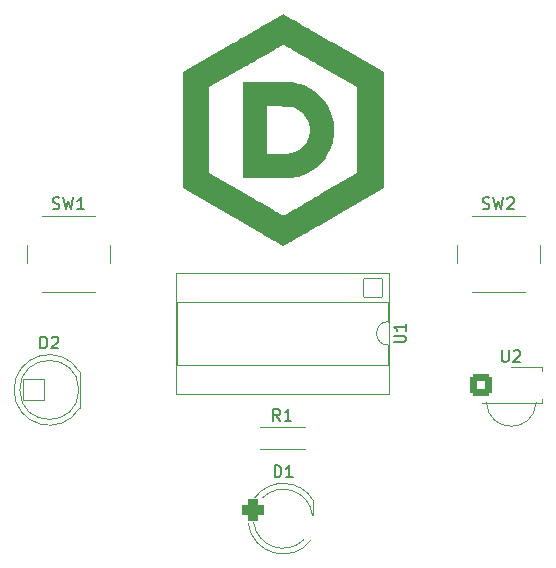
<source format=gto>
G04 #@! TF.GenerationSoftware,KiCad,Pcbnew,(6.0.0)*
G04 #@! TF.CreationDate,2022-03-25T14:06:01-05:00*
G04 #@! TF.ProjectId,gencyber-badge-22_2,67656e63-7962-4657-922d-62616467652d,rev?*
G04 #@! TF.SameCoordinates,Original*
G04 #@! TF.FileFunction,Legend,Top*
G04 #@! TF.FilePolarity,Positive*
%FSLAX46Y46*%
G04 Gerber Fmt 4.6, Leading zero omitted, Abs format (unit mm)*
G04 Created by KiCad (PCBNEW (6.0.0)) date 2022-03-25 14:06:01*
%MOMM*%
%LPD*%
G01*
G04 APERTURE LIST*
G04 Aperture macros list*
%AMRoundRect*
0 Rectangle with rounded corners*
0 $1 Rounding radius*
0 $2 $3 $4 $5 $6 $7 $8 $9 X,Y pos of 4 corners*
0 Add a 4 corners polygon primitive as box body*
4,1,4,$2,$3,$4,$5,$6,$7,$8,$9,$2,$3,0*
0 Add four circle primitives for the rounded corners*
1,1,$1+$1,$2,$3*
1,1,$1+$1,$4,$5*
1,1,$1+$1,$6,$7*
1,1,$1+$1,$8,$9*
0 Add four rect primitives between the rounded corners*
20,1,$1+$1,$2,$3,$4,$5,0*
20,1,$1+$1,$4,$5,$6,$7,0*
20,1,$1+$1,$6,$7,$8,$9,0*
20,1,$1+$1,$8,$9,$2,$3,0*%
G04 Aperture macros list end*
%ADD10C,0.150000*%
%ADD11C,0.120000*%
%ADD12C,2.100000*%
%ADD13C,4.600000*%
%ADD14RoundRect,0.300200X-0.649800X-0.649800X0.649800X-0.649800X0.649800X0.649800X-0.649800X0.649800X0*%
%ADD15C,1.900000*%
%ADD16RoundRect,0.050000X0.900000X0.900000X-0.900000X0.900000X-0.900000X-0.900000X0.900000X-0.900000X0*%
%ADD17RoundRect,0.050000X-0.800000X0.800000X-0.800000X-0.800000X0.800000X-0.800000X0.800000X0.800000X0*%
%ADD18O,1.700000X1.700000*%
%ADD19RoundRect,0.500000X-0.450000X-0.450000X0.450000X-0.450000X0.450000X0.450000X-0.450000X0.450000X0*%
%ADD20C,1.500000*%
%ADD21O,1.500000X1.500000*%
%ADD22C,2.386000*%
G04 APERTURE END LIST*
D10*
X131466666Y-86954761D02*
X131609523Y-87002380D01*
X131847619Y-87002380D01*
X131942857Y-86954761D01*
X131990476Y-86907142D01*
X132038095Y-86811904D01*
X132038095Y-86716666D01*
X131990476Y-86621428D01*
X131942857Y-86573809D01*
X131847619Y-86526190D01*
X131657142Y-86478571D01*
X131561904Y-86430952D01*
X131514285Y-86383333D01*
X131466666Y-86288095D01*
X131466666Y-86192857D01*
X131514285Y-86097619D01*
X131561904Y-86050000D01*
X131657142Y-86002380D01*
X131895238Y-86002380D01*
X132038095Y-86050000D01*
X132371428Y-86002380D02*
X132609523Y-87002380D01*
X132800000Y-86288095D01*
X132990476Y-87002380D01*
X133228571Y-86002380D01*
X134133333Y-87002380D02*
X133561904Y-87002380D01*
X133847619Y-87002380D02*
X133847619Y-86002380D01*
X133752380Y-86145238D01*
X133657142Y-86240476D01*
X133561904Y-86288095D01*
X169498095Y-98927380D02*
X169498095Y-99736904D01*
X169545714Y-99832142D01*
X169593333Y-99879761D01*
X169688571Y-99927380D01*
X169879047Y-99927380D01*
X169974285Y-99879761D01*
X170021904Y-99832142D01*
X170069523Y-99736904D01*
X170069523Y-98927380D01*
X170498095Y-99022619D02*
X170545714Y-98975000D01*
X170640952Y-98927380D01*
X170879047Y-98927380D01*
X170974285Y-98975000D01*
X171021904Y-99022619D01*
X171069523Y-99117857D01*
X171069523Y-99213095D01*
X171021904Y-99355952D01*
X170450476Y-99927380D01*
X171069523Y-99927380D01*
X130431904Y-98792380D02*
X130431904Y-97792380D01*
X130670000Y-97792380D01*
X130812857Y-97840000D01*
X130908095Y-97935238D01*
X130955714Y-98030476D01*
X131003333Y-98220952D01*
X131003333Y-98363809D01*
X130955714Y-98554285D01*
X130908095Y-98649523D01*
X130812857Y-98744761D01*
X130670000Y-98792380D01*
X130431904Y-98792380D01*
X131384285Y-97887619D02*
X131431904Y-97840000D01*
X131527142Y-97792380D01*
X131765238Y-97792380D01*
X131860476Y-97840000D01*
X131908095Y-97887619D01*
X131955714Y-97982857D01*
X131955714Y-98078095D01*
X131908095Y-98220952D01*
X131336666Y-98792380D01*
X131955714Y-98792380D01*
X160342380Y-98271904D02*
X161151904Y-98271904D01*
X161247142Y-98224285D01*
X161294761Y-98176666D01*
X161342380Y-98081428D01*
X161342380Y-97890952D01*
X161294761Y-97795714D01*
X161247142Y-97748095D01*
X161151904Y-97700476D01*
X160342380Y-97700476D01*
X161342380Y-96700476D02*
X161342380Y-97271904D01*
X161342380Y-96986190D02*
X160342380Y-96986190D01*
X160485238Y-97081428D01*
X160580476Y-97176666D01*
X160628095Y-97271904D01*
X150261904Y-109694380D02*
X150261904Y-108694380D01*
X150500000Y-108694380D01*
X150642857Y-108742000D01*
X150738095Y-108837238D01*
X150785714Y-108932476D01*
X150833333Y-109122952D01*
X150833333Y-109265809D01*
X150785714Y-109456285D01*
X150738095Y-109551523D01*
X150642857Y-109646761D01*
X150500000Y-109694380D01*
X150261904Y-109694380D01*
X151785714Y-109694380D02*
X151214285Y-109694380D01*
X151500000Y-109694380D02*
X151500000Y-108694380D01*
X151404761Y-108837238D01*
X151309523Y-108932476D01*
X151214285Y-108980095D01*
X167866666Y-86954761D02*
X168009523Y-87002380D01*
X168247619Y-87002380D01*
X168342857Y-86954761D01*
X168390476Y-86907142D01*
X168438095Y-86811904D01*
X168438095Y-86716666D01*
X168390476Y-86621428D01*
X168342857Y-86573809D01*
X168247619Y-86526190D01*
X168057142Y-86478571D01*
X167961904Y-86430952D01*
X167914285Y-86383333D01*
X167866666Y-86288095D01*
X167866666Y-86192857D01*
X167914285Y-86097619D01*
X167961904Y-86050000D01*
X168057142Y-86002380D01*
X168295238Y-86002380D01*
X168438095Y-86050000D01*
X168771428Y-86002380D02*
X169009523Y-87002380D01*
X169200000Y-86288095D01*
X169390476Y-87002380D01*
X169628571Y-86002380D01*
X169961904Y-86097619D02*
X170009523Y-86050000D01*
X170104761Y-86002380D01*
X170342857Y-86002380D01*
X170438095Y-86050000D01*
X170485714Y-86097619D01*
X170533333Y-86192857D01*
X170533333Y-86288095D01*
X170485714Y-86430952D01*
X169914285Y-87002380D01*
X170533333Y-87002380D01*
X150733333Y-104912380D02*
X150400000Y-104436190D01*
X150161904Y-104912380D02*
X150161904Y-103912380D01*
X150542857Y-103912380D01*
X150638095Y-103960000D01*
X150685714Y-104007619D01*
X150733333Y-104102857D01*
X150733333Y-104245714D01*
X150685714Y-104340952D01*
X150638095Y-104388571D01*
X150542857Y-104436190D01*
X150161904Y-104436190D01*
X151685714Y-104912380D02*
X151114285Y-104912380D01*
X151400000Y-104912380D02*
X151400000Y-103912380D01*
X151304761Y-104055238D01*
X151209523Y-104150476D01*
X151114285Y-104198095D01*
D11*
X130550000Y-94050000D02*
X135050000Y-94050000D01*
X135050000Y-87550000D02*
X130550000Y-87550000D01*
X136300000Y-91550000D02*
X136300000Y-90050000D01*
X129300000Y-90050000D02*
X129300000Y-91550000D01*
G36*
X149535160Y-76227991D02*
G01*
X149735892Y-76228211D01*
X149922989Y-76228410D01*
X150096988Y-76228596D01*
X150258425Y-76228779D01*
X150407835Y-76228970D01*
X150545754Y-76229176D01*
X150672719Y-76229409D01*
X150789264Y-76229676D01*
X150895927Y-76229989D01*
X150993243Y-76230356D01*
X151081747Y-76230787D01*
X151161976Y-76231291D01*
X151234465Y-76231878D01*
X151299751Y-76232558D01*
X151358370Y-76233340D01*
X151410856Y-76234233D01*
X151457747Y-76235247D01*
X151499578Y-76236391D01*
X151536884Y-76237676D01*
X151570202Y-76239110D01*
X151600068Y-76240703D01*
X151627018Y-76242465D01*
X151651587Y-76244405D01*
X151674311Y-76246532D01*
X151695726Y-76248857D01*
X151716369Y-76251388D01*
X151736775Y-76254135D01*
X151757479Y-76257108D01*
X151779018Y-76260316D01*
X151801928Y-76263769D01*
X151826745Y-76267475D01*
X151836039Y-76268843D01*
X152069952Y-76310211D01*
X152300214Y-76365199D01*
X152526468Y-76433646D01*
X152748354Y-76515389D01*
X152965515Y-76610269D01*
X153177592Y-76718121D01*
X153384228Y-76838786D01*
X153585062Y-76972100D01*
X153779739Y-77117903D01*
X153858828Y-77182199D01*
X153909038Y-77225531D01*
X153965939Y-77277255D01*
X154027187Y-77335043D01*
X154090439Y-77396566D01*
X154153350Y-77459496D01*
X154213579Y-77521507D01*
X154268781Y-77580269D01*
X154316613Y-77633455D01*
X154337064Y-77657266D01*
X154490222Y-77849714D01*
X154630424Y-78047884D01*
X154757629Y-78251667D01*
X154871792Y-78460953D01*
X154972869Y-78675635D01*
X155060816Y-78895604D01*
X155135591Y-79120751D01*
X155197149Y-79350966D01*
X155245447Y-79586142D01*
X155280440Y-79826170D01*
X155301355Y-80059107D01*
X155306430Y-80179762D01*
X155307292Y-80309861D01*
X155304114Y-80445375D01*
X155297074Y-80582275D01*
X155286344Y-80716530D01*
X155272100Y-80844113D01*
X155265053Y-80895146D01*
X155223528Y-81129523D01*
X155168579Y-81359954D01*
X155100528Y-81585922D01*
X155019698Y-81806914D01*
X154926414Y-82022413D01*
X154820997Y-82231904D01*
X154703773Y-82434872D01*
X154575064Y-82630802D01*
X154435193Y-82819177D01*
X154284484Y-82999483D01*
X154123261Y-83171204D01*
X153951846Y-83333824D01*
X153770564Y-83486829D01*
X153579736Y-83629703D01*
X153525829Y-83667013D01*
X153322171Y-83797170D01*
X153113179Y-83914210D01*
X152898983Y-84018087D01*
X152679713Y-84108759D01*
X152455500Y-84186181D01*
X152226472Y-84250311D01*
X151992761Y-84301103D01*
X151754494Y-84338516D01*
X151511803Y-84362504D01*
X151446359Y-84366628D01*
X151424192Y-84367446D01*
X151388091Y-84368220D01*
X151338289Y-84368948D01*
X151275023Y-84369630D01*
X151198529Y-84370266D01*
X151109040Y-84370853D01*
X151006793Y-84371391D01*
X150892023Y-84371880D01*
X150764965Y-84372319D01*
X150625854Y-84372706D01*
X150474925Y-84373041D01*
X150312415Y-84373323D01*
X150138557Y-84373552D01*
X149953588Y-84373725D01*
X149757742Y-84373843D01*
X149551255Y-84373905D01*
X149428884Y-84373915D01*
X147542482Y-84373919D01*
X147542482Y-82297991D01*
X149618410Y-82297991D01*
X150438507Y-82297886D01*
X150553314Y-82297810D01*
X150664388Y-82297615D01*
X150770780Y-82297310D01*
X150871542Y-82296901D01*
X150965727Y-82296396D01*
X151052385Y-82295801D01*
X151130569Y-82295126D01*
X151199331Y-82294376D01*
X151257721Y-82293558D01*
X151304793Y-82292682D01*
X151339597Y-82291753D01*
X151361186Y-82290778D01*
X151361285Y-82290772D01*
X151528957Y-82272437D01*
X151692591Y-82240857D01*
X151851551Y-82196451D01*
X152005197Y-82139645D01*
X152152893Y-82070859D01*
X152294001Y-81990516D01*
X152427883Y-81899040D01*
X152553901Y-81796852D01*
X152671418Y-81684376D01*
X152779796Y-81562033D01*
X152878398Y-81430247D01*
X152966586Y-81289439D01*
X153018300Y-81192719D01*
X153087611Y-81038659D01*
X153143362Y-80881023D01*
X153185500Y-80720504D01*
X153213974Y-80557797D01*
X153228731Y-80393595D01*
X153229719Y-80228593D01*
X153216886Y-80063483D01*
X153190180Y-79898961D01*
X153149550Y-79735718D01*
X153131975Y-79678849D01*
X153076321Y-79527416D01*
X153010282Y-79384423D01*
X152933136Y-79248701D01*
X152844161Y-79119081D01*
X152742633Y-78994393D01*
X152644161Y-78889646D01*
X152520122Y-78774568D01*
X152390872Y-78672378D01*
X152255856Y-78582796D01*
X152114523Y-78505542D01*
X151966318Y-78440336D01*
X151810690Y-78386897D01*
X151647086Y-78344945D01*
X151524295Y-78321736D01*
X151510141Y-78319468D01*
X151496483Y-78317430D01*
X151482521Y-78315606D01*
X151467451Y-78313983D01*
X151450472Y-78312545D01*
X151430783Y-78311279D01*
X151407581Y-78310171D01*
X151380064Y-78309206D01*
X151347431Y-78308369D01*
X151308879Y-78307646D01*
X151263608Y-78307024D01*
X151210814Y-78306487D01*
X151149696Y-78306021D01*
X151079453Y-78305612D01*
X150999282Y-78305245D01*
X150908381Y-78304906D01*
X150805949Y-78304582D01*
X150691184Y-78304256D01*
X150563283Y-78303915D01*
X150523528Y-78303812D01*
X149618410Y-78301451D01*
X149618410Y-82297991D01*
X147542482Y-82297991D01*
X147542482Y-76225745D01*
X149535160Y-76227991D01*
G37*
G36*
X146743721Y-72935401D02*
G01*
X146971576Y-72803864D01*
X147196420Y-72674083D01*
X147417940Y-72546238D01*
X147635823Y-72420509D01*
X147849755Y-72297076D01*
X148059423Y-72176121D01*
X148264515Y-72057823D01*
X148464715Y-71942362D01*
X148659712Y-71829920D01*
X148849193Y-71720677D01*
X149032842Y-71614812D01*
X149210349Y-71512507D01*
X149381398Y-71413942D01*
X149545678Y-71319297D01*
X149702874Y-71228753D01*
X149852673Y-71142490D01*
X149994763Y-71060689D01*
X150128829Y-70983529D01*
X150254559Y-70911192D01*
X150371640Y-70843857D01*
X150479757Y-70781706D01*
X150578598Y-70724918D01*
X150667849Y-70673674D01*
X150747198Y-70628155D01*
X150816331Y-70588541D01*
X150874934Y-70555011D01*
X150922694Y-70527748D01*
X150959299Y-70506930D01*
X150984434Y-70492739D01*
X150997787Y-70485355D01*
X151000000Y-70484260D01*
X151006656Y-70487771D01*
X151025270Y-70498190D01*
X151055527Y-70515336D01*
X151097114Y-70539029D01*
X151149719Y-70569088D01*
X151213027Y-70605333D01*
X151286725Y-70647583D01*
X151370501Y-70695658D01*
X151464041Y-70749378D01*
X151567031Y-70808562D01*
X151679159Y-70873030D01*
X151800111Y-70942602D01*
X151929573Y-71017096D01*
X152067234Y-71096333D01*
X152212778Y-71180132D01*
X152365894Y-71268313D01*
X152526267Y-71360695D01*
X152693585Y-71457098D01*
X152867533Y-71557342D01*
X153047800Y-71661245D01*
X153234072Y-71768629D01*
X153426035Y-71879312D01*
X153623376Y-71993114D01*
X153825781Y-72109854D01*
X154032939Y-72229352D01*
X154244535Y-72351428D01*
X154460255Y-72475902D01*
X154679788Y-72602592D01*
X154902819Y-72731319D01*
X155129035Y-72861902D01*
X155256274Y-72935358D01*
X159501922Y-75386499D01*
X159500235Y-80298958D01*
X159498549Y-85211418D01*
X155254588Y-87661951D01*
X155026784Y-87793480D01*
X154801990Y-87923253D01*
X154580520Y-88051090D01*
X154362688Y-88176811D01*
X154148806Y-88300234D01*
X153939189Y-88421179D01*
X153734148Y-88539467D01*
X153533998Y-88654915D01*
X153339052Y-88767345D01*
X153149623Y-88876575D01*
X152966025Y-88982425D01*
X152788571Y-89084715D01*
X152617573Y-89183264D01*
X152453347Y-89277891D01*
X152296204Y-89368417D01*
X152146458Y-89454661D01*
X152004423Y-89536441D01*
X151870411Y-89613579D01*
X151744736Y-89685893D01*
X151627712Y-89753203D01*
X151519652Y-89815328D01*
X151420868Y-89872088D01*
X151331675Y-89923303D01*
X151252386Y-89968792D01*
X151183314Y-90008374D01*
X151124771Y-90041870D01*
X151077073Y-90069098D01*
X151040531Y-90089878D01*
X151015460Y-90104031D01*
X151002172Y-90111374D01*
X151000000Y-90112445D01*
X150993343Y-90108929D01*
X150974730Y-90098505D01*
X150944474Y-90081353D01*
X150902888Y-90057654D01*
X150850286Y-90027588D01*
X150786980Y-89991336D01*
X150713285Y-89949078D01*
X150629514Y-89900995D01*
X150535979Y-89847267D01*
X150432994Y-89788075D01*
X150320873Y-89723599D01*
X150199929Y-89654019D01*
X150070475Y-89579517D01*
X149932824Y-89500272D01*
X149787290Y-89416465D01*
X149634186Y-89328276D01*
X149473825Y-89235886D01*
X149306522Y-89139476D01*
X149132588Y-89039225D01*
X148952338Y-88935315D01*
X148766084Y-88827925D01*
X148574140Y-88717237D01*
X148376820Y-88603430D01*
X148174436Y-88486686D01*
X147967303Y-88367184D01*
X147755732Y-88245105D01*
X147540039Y-88120630D01*
X147320535Y-87993938D01*
X147097534Y-87865211D01*
X146871350Y-87734629D01*
X146745411Y-87661914D01*
X142501450Y-85211421D01*
X142498513Y-76674609D01*
X144729693Y-76674609D01*
X144733249Y-83923815D01*
X147864853Y-85732145D01*
X148060301Y-85845001D01*
X148252672Y-85956073D01*
X148441601Y-86065150D01*
X148626724Y-86172022D01*
X148807677Y-86276480D01*
X148984096Y-86378312D01*
X149155616Y-86477309D01*
X149321874Y-86573262D01*
X149482506Y-86665959D01*
X149637147Y-86755191D01*
X149785434Y-86840748D01*
X149927001Y-86922421D01*
X150061486Y-86999998D01*
X150188524Y-87073270D01*
X150307750Y-87142027D01*
X150418802Y-87206058D01*
X150521314Y-87265155D01*
X150614922Y-87319106D01*
X150699263Y-87367702D01*
X150773972Y-87410733D01*
X150838685Y-87447989D01*
X150893039Y-87479259D01*
X150936668Y-87504334D01*
X150969209Y-87523004D01*
X150990298Y-87535058D01*
X150999571Y-87540287D01*
X151000000Y-87540503D01*
X151006297Y-87536996D01*
X151024500Y-87526612D01*
X151054246Y-87509560D01*
X151095169Y-87486051D01*
X151146907Y-87456295D01*
X151209095Y-87420501D01*
X151281368Y-87378880D01*
X151363362Y-87331642D01*
X151454715Y-87278997D01*
X151555060Y-87221154D01*
X151664035Y-87158324D01*
X151781275Y-87090717D01*
X151906416Y-87018542D01*
X152039095Y-86942011D01*
X152178945Y-86861332D01*
X152325605Y-86776716D01*
X152478709Y-86688373D01*
X152637894Y-86596512D01*
X152802796Y-86501345D01*
X152973049Y-86403081D01*
X153148291Y-86301929D01*
X153328157Y-86198101D01*
X153512282Y-86091805D01*
X153700304Y-85983252D01*
X153891857Y-85872653D01*
X154086578Y-85760216D01*
X154135146Y-85732170D01*
X157266750Y-83923809D01*
X157268528Y-80299199D01*
X157270306Y-76674590D01*
X154139190Y-74866821D01*
X153943722Y-74753975D01*
X153751316Y-74642914D01*
X153562336Y-74533849D01*
X153377148Y-74426989D01*
X153196116Y-74322545D01*
X153019605Y-74220726D01*
X152847980Y-74121743D01*
X152681606Y-74025806D01*
X152520847Y-73933125D01*
X152366068Y-73843909D01*
X152217634Y-73758369D01*
X152075910Y-73676716D01*
X151941261Y-73599159D01*
X151814051Y-73525908D01*
X151694646Y-73457173D01*
X151583409Y-73393165D01*
X151480707Y-73334093D01*
X151386903Y-73280169D01*
X151302362Y-73231600D01*
X151227450Y-73188599D01*
X151162531Y-73151374D01*
X151107969Y-73120137D01*
X151064131Y-73095096D01*
X151031380Y-73076463D01*
X151010081Y-73064446D01*
X151000599Y-73059258D01*
X151000121Y-73059051D01*
X150993547Y-73062560D01*
X150975068Y-73072947D01*
X150945048Y-73090002D01*
X150903852Y-73113514D01*
X150851846Y-73143274D01*
X150789393Y-73179072D01*
X150716859Y-73220697D01*
X150634609Y-73267939D01*
X150543007Y-73320589D01*
X150442419Y-73378436D01*
X150333208Y-73441270D01*
X150215740Y-73508881D01*
X150090379Y-73581060D01*
X149957491Y-73657595D01*
X149817440Y-73738277D01*
X149670591Y-73822896D01*
X149517309Y-73911241D01*
X149357958Y-74003103D01*
X149192904Y-74098272D01*
X149022510Y-74196537D01*
X148847143Y-74297688D01*
X148667166Y-74401516D01*
X148482945Y-74507810D01*
X148294845Y-74616360D01*
X148103229Y-74726956D01*
X147908463Y-74839389D01*
X147860931Y-74866830D01*
X144729693Y-76674609D01*
X142498513Y-76674609D01*
X142498070Y-75386499D01*
X146743721Y-72935401D01*
G37*
X172900000Y-103035000D02*
X172900000Y-103375000D01*
X172900000Y-100715000D02*
X172900000Y-100365000D01*
X172900000Y-103375000D02*
X167810000Y-103375000D01*
X172900000Y-100365000D02*
X170300000Y-100365000D01*
X168200083Y-103376736D02*
G75*
G03*
X172400000Y-103375000I2099917J101738D01*
G01*
X133740000Y-103845000D02*
X133740000Y-100755000D01*
X133740000Y-100755170D02*
G75*
G03*
X128190000Y-102300462I-2560000J-1544830D01*
G01*
X128190000Y-102299538D02*
G75*
G03*
X133740000Y-103844830I2990000J-462D01*
G01*
X133680000Y-102300000D02*
G75*
G03*
X133680000Y-102300000I-2500000J0D01*
G01*
X141930000Y-102650000D02*
X159950000Y-102650000D01*
X159950000Y-92370000D02*
X141930000Y-92370000D01*
X159890000Y-96510000D02*
X159890000Y-94860000D01*
X141990000Y-100160000D02*
X159890000Y-100160000D01*
X159890000Y-94860000D02*
X141990000Y-94860000D01*
X141930000Y-92370000D02*
X141930000Y-102650000D01*
X141990000Y-94860000D02*
X141990000Y-100160000D01*
X159890000Y-100160000D02*
X159890000Y-98510000D01*
X159950000Y-102650000D02*
X159950000Y-92370000D01*
X159890000Y-96510000D02*
G75*
G03*
X159890000Y-98510000I0J-1000000D01*
G01*
X153544038Y-112904798D02*
X153544038Y-111658986D01*
X148015000Y-113540000D02*
G75*
G03*
X153369038Y-115003986I2969048J336005D01*
G01*
X148489999Y-113540000D02*
G75*
G03*
X152736637Y-114981985I2485260J344921D01*
G01*
X153544038Y-111659156D02*
G75*
G03*
X148592704Y-111409099I-2560000J-1544830D01*
G01*
X153465000Y-112915000D02*
G75*
G03*
X149215000Y-111440000I-2480729J-287482D01*
G01*
X165700000Y-90050000D02*
X165700000Y-91550000D01*
X171450000Y-87550000D02*
X166950000Y-87550000D01*
X166950000Y-94050000D02*
X171450000Y-94050000D01*
X172700000Y-91550000D02*
X172700000Y-90050000D01*
X148980000Y-107300000D02*
X152820000Y-107300000D01*
X148980000Y-105460000D02*
X152820000Y-105460000D01*
%LPC*%
D12*
X136050000Y-88550000D03*
X129550000Y-88550000D03*
X136050000Y-93050000D03*
X129550000Y-93050000D03*
D13*
X151000000Y-66100000D03*
D14*
X167760000Y-101875000D03*
D15*
X170300000Y-101875000D03*
X172840000Y-101875000D03*
D16*
X129910000Y-102300000D03*
D15*
X132450000Y-102300000D03*
D17*
X158560000Y-93700000D03*
D18*
X156020000Y-93700000D03*
X153480000Y-93700000D03*
X150940000Y-93700000D03*
X148400000Y-93700000D03*
X145860000Y-93700000D03*
X143320000Y-93700000D03*
X143320000Y-101320000D03*
X145860000Y-101320000D03*
X148400000Y-101320000D03*
X150940000Y-101320000D03*
X153480000Y-101320000D03*
X156020000Y-101320000D03*
X158560000Y-101320000D03*
D19*
X148390000Y-112440000D03*
D15*
X150168000Y-113964000D03*
X151692000Y-112440000D03*
X153216000Y-113964000D03*
D12*
X172450000Y-88550000D03*
X165950000Y-88550000D03*
X172450000Y-93050000D03*
X165950000Y-93050000D03*
D20*
X148360000Y-106380000D03*
D21*
X153440000Y-106380000D03*
D22*
X161414000Y-78776000D03*
X161414000Y-81824000D03*
X140586000Y-81824000D03*
X140586000Y-78776000D03*
M02*

</source>
